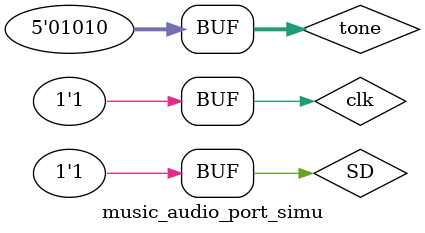
<source format=v>
`timescale 1ns / 1ps
module music_audio_port_simu;
reg clk;//100MHZÊ±ÖÓ
reg SD;//µÍÍ¨ÂË²¨Æ÷Ê¹ÄÜ
reg [4:0] tone;//Òôµ÷Ö¸Áî½ÓÊÕ
wire sd;//µÍÍ¨ÂË²¨Æ÷Ê¹ÄÜ    
wire audio_out;//Òôµ÷Êä³ö
//wire [20:0] COUNT;
music_audio_port u0(
.clk(clk),//100MHZÊ±ÖÓ
.SD(SD),//µÍÍ¨ÂË²¨Æ÷Ê¹ÄÜ
.tone(tone),//Òôµ÷Ö¸Áî½ÓÊÕ
.sd(sd),//µÍÍ¨ÂË²¨Æ÷Ê¹ÄÜ    
.audio_out(audio_out)//Òôµ÷Êä³ö
//.COUNT(COUNT)
);
initial
begin
clk<=1'b1;
SD<=1'b1;
tone<=5'd22;
end
always begin
#10 clk=1'b0;
#10 clk=1'b1;
end
always begin
#20 tone=5'd12;
#20 tone=5'd12;
#20 tone=5'd12;
#20 tone=5'd11;
#20 tone=5'd10;
#20 tone=5'd10;
end
endmodule

</source>
